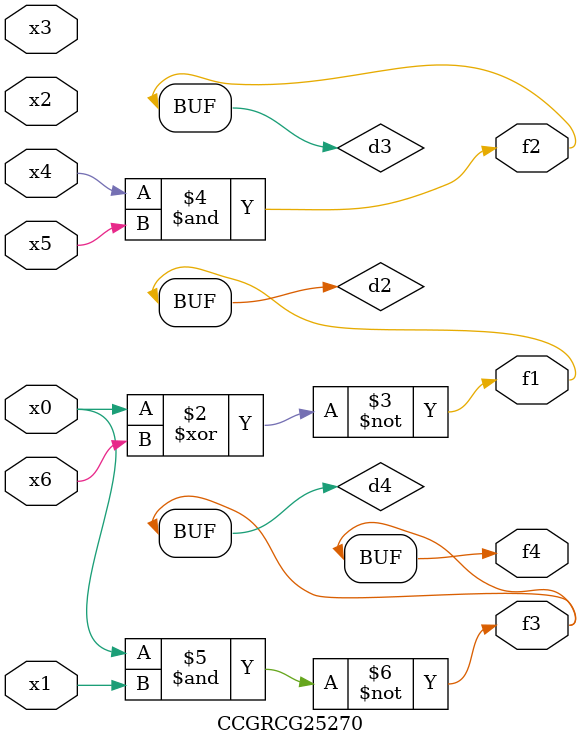
<source format=v>
module CCGRCG25270(
	input x0, x1, x2, x3, x4, x5, x6,
	output f1, f2, f3, f4
);

	wire d1, d2, d3, d4;

	nor (d1, x0);
	xnor (d2, x0, x6);
	and (d3, x4, x5);
	nand (d4, x0, x1);
	assign f1 = d2;
	assign f2 = d3;
	assign f3 = d4;
	assign f4 = d4;
endmodule

</source>
